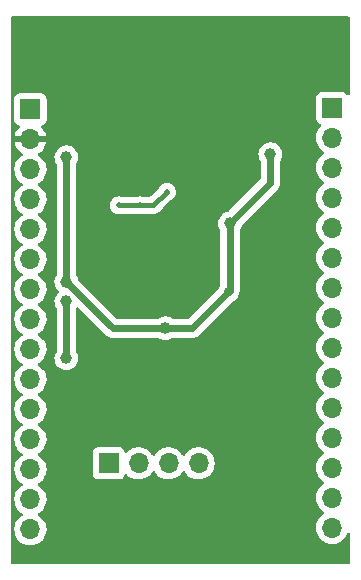
<source format=gbl>
%TF.GenerationSoftware,KiCad,Pcbnew,(6.0.4)*%
%TF.CreationDate,2022-06-13T20:09:26+02:00*%
%TF.ProjectId,Stamp,5374616d-702e-46b6-9963-61645f706362,rev?*%
%TF.SameCoordinates,Original*%
%TF.FileFunction,Copper,L2,Bot*%
%TF.FilePolarity,Positive*%
%FSLAX46Y46*%
G04 Gerber Fmt 4.6, Leading zero omitted, Abs format (unit mm)*
G04 Created by KiCad (PCBNEW (6.0.4)) date 2022-06-13 20:09:26*
%MOMM*%
%LPD*%
G01*
G04 APERTURE LIST*
%TA.AperFunction,ComponentPad*%
%ADD10R,1.700000X1.700000*%
%TD*%
%TA.AperFunction,ComponentPad*%
%ADD11O,1.700000X1.700000*%
%TD*%
%TA.AperFunction,ViaPad*%
%ADD12C,1.000000*%
%TD*%
%TA.AperFunction,ViaPad*%
%ADD13C,0.750000*%
%TD*%
%TA.AperFunction,ViaPad*%
%ADD14C,0.500000*%
%TD*%
%TA.AperFunction,Conductor*%
%ADD15C,0.600000*%
%TD*%
%TA.AperFunction,Conductor*%
%ADD16C,0.400000*%
%TD*%
G04 APERTURE END LIST*
D10*
%TO.P,J4,1,Pin_1*%
%TO.N,GPIO21*%
X107950000Y-101605000D03*
D11*
%TO.P,J4,2,Pin_2*%
%TO.N,U0TXD*%
X107950000Y-104145000D03*
%TO.P,J4,3,Pin_3*%
%TO.N,U0RXD*%
X107950000Y-106685000D03*
%TO.P,J4,4,Pin_4*%
%TO.N,GPIO22*%
X107950000Y-109225000D03*
%TO.P,J4,5,Pin_5*%
%TO.N,GPIO19*%
X107950000Y-111765000D03*
%TO.P,J4,6,Pin_6*%
%TO.N,GPIO23*%
X107950000Y-114305000D03*
%TO.P,J4,7,Pin_7*%
%TO.N,GPIO18*%
X107950000Y-116845000D03*
%TO.P,J4,8,Pin_8*%
%TO.N,GPIO5*%
X107950000Y-119385000D03*
%TO.P,J4,9,Pin_9*%
%TO.N,SD_DATA1*%
X107950000Y-121925000D03*
%TO.P,J4,10,Pin_10*%
%TO.N,SD_DATA0*%
X107950000Y-124465000D03*
%TO.P,J4,11,Pin_11*%
%TO.N,SD_CLK*%
X107950000Y-127005000D03*
%TO.P,J4,12,Pin_12*%
%TO.N,SD_CMD*%
X107950000Y-129545000D03*
%TO.P,J4,13,Pin_13*%
%TO.N,SD_DATA3*%
X107950000Y-132085000D03*
%TO.P,J4,14,Pin_14*%
%TO.N,SD_DATA2*%
X107950000Y-134625000D03*
%TO.P,J4,15,Pin_15*%
%TO.N,GPIO17*%
X107950000Y-137165000D03*
%TD*%
D10*
%TO.P,J2,1,Pin_1*%
%TO.N,MTMS*%
X89037000Y-131699000D03*
D11*
%TO.P,J2,2,Pin_2*%
%TO.N,MTDI*%
X91577000Y-131699000D03*
%TO.P,J2,3,Pin_3*%
%TO.N,MTCK*%
X94117000Y-131699000D03*
%TO.P,J2,4,Pin_4*%
%TO.N,MTDO*%
X96657000Y-131699000D03*
%TD*%
D10*
%TO.P,J3,1,Pin_1*%
%TO.N,+3V3*%
X82423000Y-101727000D03*
D11*
%TO.P,J3,2,Pin_2*%
%TO.N,GND*%
X82423000Y-104267000D03*
%TO.P,J3,3,Pin_3*%
%TO.N,SENSOR_VP*%
X82423000Y-106807000D03*
%TO.P,J3,4,Pin_4*%
%TO.N,SENSOR_CAPP*%
X82423000Y-109347000D03*
%TO.P,J3,5,Pin_5*%
%TO.N,SENSOR_CAPN*%
X82423000Y-111887000D03*
%TO.P,J3,6,Pin_6*%
%TO.N,SENSOR_VN*%
X82423000Y-114427000D03*
%TO.P,J3,7,Pin_7*%
%TO.N,VDET_1*%
X82423000Y-116967000D03*
%TO.P,J3,8,Pin_8*%
%TO.N,VDET_2*%
X82423000Y-119507000D03*
%TO.P,J3,9,Pin_9*%
%TO.N,32K_XP*%
X82423000Y-122047000D03*
%TO.P,J3,10,Pin_10*%
%TO.N,32K_XN*%
X82423000Y-124587000D03*
%TO.P,J3,11,Pin_11*%
%TO.N,GPIO25*%
X82423000Y-127127000D03*
%TO.P,J3,12,Pin_12*%
%TO.N,GPIO26*%
X82423000Y-129667000D03*
%TO.P,J3,13,Pin_13*%
%TO.N,GPIO27*%
X82423000Y-132207000D03*
%TO.P,J3,14,Pin_14*%
%TO.N,GPIO2*%
X82423000Y-134747000D03*
%TO.P,J3,15,Pin_15*%
%TO.N,GPIO16*%
X82423000Y-137287000D03*
%TD*%
D12*
%TO.N,GND*%
X98171000Y-99822000D03*
D13*
X94107000Y-125349000D03*
X88392000Y-107315000D03*
X104140000Y-111379000D03*
D12*
X100076000Y-127635000D03*
X87122000Y-127254000D03*
X101346000Y-102743000D03*
D13*
X88392000Y-108712000D03*
D12*
X85471000Y-99441000D03*
X94615000Y-102743000D03*
X91821000Y-96139000D03*
X99822000Y-102743000D03*
D13*
X102108000Y-119253000D03*
D12*
X91948000Y-113665000D03*
D13*
X88392000Y-111760000D03*
D12*
X94234000Y-113665000D03*
X85471000Y-96139000D03*
X96139000Y-104267000D03*
D13*
X91948000Y-108331000D03*
D12*
X85471000Y-127254000D03*
X94234000Y-115951000D03*
X91948000Y-115951000D03*
X98552000Y-139446000D03*
X86868000Y-103124000D03*
D13*
X88392000Y-110236000D03*
D12*
%TO.N,+3V3*%
X99314000Y-111379000D03*
X85471000Y-105791000D03*
X102743000Y-105537000D03*
X93853000Y-120269000D03*
D13*
X99187000Y-117221000D03*
D12*
X85471000Y-116332000D03*
%TO.N,Net-(C11-Pad2)*%
X85471000Y-117983000D03*
X85471000Y-122809000D03*
D14*
%TO.N,Net-(L3-Pad1)*%
X93980000Y-108712000D03*
X92964000Y-109728000D03*
X89916000Y-109855000D03*
X91694000Y-109855000D03*
%TD*%
D15*
%TO.N,+3V3*%
X102743000Y-107950000D02*
X102743000Y-105537000D01*
X85471000Y-105791000D02*
X85471000Y-116332000D01*
X99314000Y-111379000D02*
X99314000Y-117094000D01*
X85471000Y-116332000D02*
X89408000Y-120269000D01*
X93853000Y-120269000D02*
X96139000Y-120269000D01*
X82423000Y-101727000D02*
X82296000Y-101600000D01*
X99314000Y-117094000D02*
X99187000Y-117221000D01*
X99314000Y-111379000D02*
X102743000Y-107950000D01*
X89408000Y-120269000D02*
X93853000Y-120269000D01*
X96139000Y-120269000D02*
X99187000Y-117221000D01*
%TO.N,Net-(C11-Pad2)*%
X85471000Y-117983000D02*
X85471000Y-122809000D01*
D16*
%TO.N,Net-(L3-Pad1)*%
X91694000Y-109855000D02*
X89916000Y-109855000D01*
X93980000Y-108712000D02*
X92837000Y-109855000D01*
X92837000Y-109855000D02*
X91694000Y-109855000D01*
%TD*%
%TA.AperFunction,Conductor*%
%TO.N,GND*%
G36*
X109415621Y-93873502D02*
G01*
X109462114Y-93927158D01*
X109473500Y-93979500D01*
X109473500Y-100427472D01*
X109453498Y-100495593D01*
X109399842Y-100542086D01*
X109329568Y-100552190D01*
X109264988Y-100522696D01*
X109246674Y-100503037D01*
X109168642Y-100398919D01*
X109163261Y-100391739D01*
X109046705Y-100304385D01*
X108910316Y-100253255D01*
X108848134Y-100246500D01*
X107051866Y-100246500D01*
X106989684Y-100253255D01*
X106853295Y-100304385D01*
X106736739Y-100391739D01*
X106649385Y-100508295D01*
X106598255Y-100644684D01*
X106591500Y-100706866D01*
X106591500Y-102503134D01*
X106598255Y-102565316D01*
X106649385Y-102701705D01*
X106736739Y-102818261D01*
X106853295Y-102905615D01*
X106861704Y-102908767D01*
X106861705Y-102908768D01*
X106970451Y-102949535D01*
X107027216Y-102992176D01*
X107051916Y-103058738D01*
X107036709Y-103128087D01*
X107017316Y-103154568D01*
X106903493Y-103273677D01*
X106890629Y-103287138D01*
X106764743Y-103471680D01*
X106670688Y-103674305D01*
X106610989Y-103889570D01*
X106587251Y-104111695D01*
X106600110Y-104334715D01*
X106601247Y-104339761D01*
X106601248Y-104339767D01*
X106622275Y-104433069D01*
X106649222Y-104552639D01*
X106733266Y-104759616D01*
X106744314Y-104777645D01*
X106843920Y-104940187D01*
X106849987Y-104950088D01*
X106996250Y-105118938D01*
X107168126Y-105261632D01*
X107238595Y-105302811D01*
X107241445Y-105304476D01*
X107290169Y-105356114D01*
X107303240Y-105425897D01*
X107276509Y-105491669D01*
X107236055Y-105525027D01*
X107229088Y-105528654D01*
X107223607Y-105531507D01*
X107219474Y-105534610D01*
X107219471Y-105534612D01*
X107049100Y-105662530D01*
X107044965Y-105665635D01*
X107041393Y-105669373D01*
X106901492Y-105815771D01*
X106890629Y-105827138D01*
X106764743Y-106011680D01*
X106749003Y-106045590D01*
X106682980Y-106187825D01*
X106670688Y-106214305D01*
X106610989Y-106429570D01*
X106587251Y-106651695D01*
X106587548Y-106656848D01*
X106587548Y-106656851D01*
X106596012Y-106803646D01*
X106600110Y-106874715D01*
X106601247Y-106879761D01*
X106601248Y-106879767D01*
X106622275Y-106973069D01*
X106649222Y-107092639D01*
X106733266Y-107299616D01*
X106849987Y-107490088D01*
X106996250Y-107658938D01*
X107168126Y-107801632D01*
X107238595Y-107842811D01*
X107241445Y-107844476D01*
X107290169Y-107896114D01*
X107303240Y-107965897D01*
X107276509Y-108031669D01*
X107236055Y-108065027D01*
X107228575Y-108068921D01*
X107223607Y-108071507D01*
X107219474Y-108074610D01*
X107219471Y-108074612D01*
X107049100Y-108202530D01*
X107044965Y-108205635D01*
X107041393Y-108209373D01*
X106910019Y-108346848D01*
X106890629Y-108367138D01*
X106887715Y-108371410D01*
X106887714Y-108371411D01*
X106881935Y-108379883D01*
X106764743Y-108551680D01*
X106749003Y-108585590D01*
X106688487Y-108715961D01*
X106670688Y-108754305D01*
X106610989Y-108969570D01*
X106587251Y-109191695D01*
X106587548Y-109196848D01*
X106587548Y-109196851D01*
X106594648Y-109319990D01*
X106600110Y-109414715D01*
X106601247Y-109419761D01*
X106601248Y-109419767D01*
X106603278Y-109428773D01*
X106649222Y-109632639D01*
X106733266Y-109839616D01*
X106784019Y-109922438D01*
X106835649Y-110006690D01*
X106849987Y-110030088D01*
X106996250Y-110198938D01*
X107168126Y-110341632D01*
X107177518Y-110347120D01*
X107241445Y-110384476D01*
X107290169Y-110436114D01*
X107303240Y-110505897D01*
X107276509Y-110571669D01*
X107236055Y-110605027D01*
X107228575Y-110608921D01*
X107223607Y-110611507D01*
X107219474Y-110614610D01*
X107219471Y-110614612D01*
X107049100Y-110742530D01*
X107044965Y-110745635D01*
X107041393Y-110749373D01*
X106910019Y-110886848D01*
X106890629Y-110907138D01*
X106764743Y-111091680D01*
X106670688Y-111294305D01*
X106610989Y-111509570D01*
X106587251Y-111731695D01*
X106587548Y-111736848D01*
X106587548Y-111736851D01*
X106596012Y-111883646D01*
X106600110Y-111954715D01*
X106601247Y-111959761D01*
X106601248Y-111959767D01*
X106617037Y-112029825D01*
X106649222Y-112172639D01*
X106733266Y-112379616D01*
X106849987Y-112570088D01*
X106996250Y-112738938D01*
X107168126Y-112881632D01*
X107238595Y-112922811D01*
X107241445Y-112924476D01*
X107290169Y-112976114D01*
X107303240Y-113045897D01*
X107276509Y-113111669D01*
X107236055Y-113145027D01*
X107228575Y-113148921D01*
X107223607Y-113151507D01*
X107219474Y-113154610D01*
X107219471Y-113154612D01*
X107049100Y-113282530D01*
X107044965Y-113285635D01*
X107041393Y-113289373D01*
X106910019Y-113426848D01*
X106890629Y-113447138D01*
X106764743Y-113631680D01*
X106670688Y-113834305D01*
X106610989Y-114049570D01*
X106587251Y-114271695D01*
X106587548Y-114276848D01*
X106587548Y-114276851D01*
X106596012Y-114423646D01*
X106600110Y-114494715D01*
X106601247Y-114499761D01*
X106601248Y-114499767D01*
X106622275Y-114593069D01*
X106649222Y-114712639D01*
X106733266Y-114919616D01*
X106849987Y-115110088D01*
X106996250Y-115278938D01*
X107168126Y-115421632D01*
X107238595Y-115462811D01*
X107241445Y-115464476D01*
X107290169Y-115516114D01*
X107303240Y-115585897D01*
X107276509Y-115651669D01*
X107236055Y-115685027D01*
X107228575Y-115688921D01*
X107223607Y-115691507D01*
X107219474Y-115694610D01*
X107219471Y-115694612D01*
X107049100Y-115822530D01*
X107044965Y-115825635D01*
X107041393Y-115829373D01*
X106910019Y-115966848D01*
X106890629Y-115987138D01*
X106764743Y-116171680D01*
X106670688Y-116374305D01*
X106610989Y-116589570D01*
X106587251Y-116811695D01*
X106587548Y-116816848D01*
X106587548Y-116816851D01*
X106596012Y-116963646D01*
X106600110Y-117034715D01*
X106601247Y-117039761D01*
X106601248Y-117039767D01*
X106619227Y-117119543D01*
X106649222Y-117252639D01*
X106733266Y-117459616D01*
X106744162Y-117477396D01*
X106808466Y-117582331D01*
X106849987Y-117650088D01*
X106996250Y-117818938D01*
X107168126Y-117961632D01*
X107180480Y-117968851D01*
X107241445Y-118004476D01*
X107290169Y-118056114D01*
X107303240Y-118125897D01*
X107276509Y-118191669D01*
X107236055Y-118225027D01*
X107228575Y-118228921D01*
X107223607Y-118231507D01*
X107219474Y-118234610D01*
X107219471Y-118234612D01*
X107049100Y-118362530D01*
X107044965Y-118365635D01*
X107041393Y-118369373D01*
X106910019Y-118506848D01*
X106890629Y-118527138D01*
X106887715Y-118531410D01*
X106887714Y-118531411D01*
X106817852Y-118633825D01*
X106764743Y-118711680D01*
X106670688Y-118914305D01*
X106610989Y-119129570D01*
X106587251Y-119351695D01*
X106587548Y-119356848D01*
X106587548Y-119356851D01*
X106596012Y-119503646D01*
X106600110Y-119574715D01*
X106601247Y-119579761D01*
X106601248Y-119579767D01*
X106622275Y-119673069D01*
X106649222Y-119792639D01*
X106733266Y-119999616D01*
X106849987Y-120190088D01*
X106996250Y-120358938D01*
X107168126Y-120501632D01*
X107238595Y-120542811D01*
X107241445Y-120544476D01*
X107290169Y-120596114D01*
X107303240Y-120665897D01*
X107276509Y-120731669D01*
X107236055Y-120765027D01*
X107228575Y-120768921D01*
X107223607Y-120771507D01*
X107219474Y-120774610D01*
X107219471Y-120774612D01*
X107049100Y-120902530D01*
X107044965Y-120905635D01*
X107041393Y-120909373D01*
X106895160Y-121062397D01*
X106890629Y-121067138D01*
X106887715Y-121071410D01*
X106887714Y-121071411D01*
X106883560Y-121077501D01*
X106764743Y-121251680D01*
X106670688Y-121454305D01*
X106610989Y-121669570D01*
X106587251Y-121891695D01*
X106587548Y-121896848D01*
X106587548Y-121896851D01*
X106596012Y-122043646D01*
X106600110Y-122114715D01*
X106601247Y-122119761D01*
X106601248Y-122119767D01*
X106609898Y-122158147D01*
X106649222Y-122332639D01*
X106733266Y-122539616D01*
X106849987Y-122730088D01*
X106996250Y-122898938D01*
X107168126Y-123041632D01*
X107238595Y-123082811D01*
X107241445Y-123084476D01*
X107290169Y-123136114D01*
X107303240Y-123205897D01*
X107276509Y-123271669D01*
X107236055Y-123305027D01*
X107228575Y-123308921D01*
X107223607Y-123311507D01*
X107219474Y-123314610D01*
X107219471Y-123314612D01*
X107049100Y-123442530D01*
X107044965Y-123445635D01*
X107041393Y-123449373D01*
X106910019Y-123586848D01*
X106890629Y-123607138D01*
X106764743Y-123791680D01*
X106670688Y-123994305D01*
X106610989Y-124209570D01*
X106587251Y-124431695D01*
X106587548Y-124436848D01*
X106587548Y-124436851D01*
X106596012Y-124583646D01*
X106600110Y-124654715D01*
X106601247Y-124659761D01*
X106601248Y-124659767D01*
X106622275Y-124753069D01*
X106649222Y-124872639D01*
X106733266Y-125079616D01*
X106849987Y-125270088D01*
X106996250Y-125438938D01*
X107168126Y-125581632D01*
X107238595Y-125622811D01*
X107241445Y-125624476D01*
X107290169Y-125676114D01*
X107303240Y-125745897D01*
X107276509Y-125811669D01*
X107236055Y-125845027D01*
X107228575Y-125848921D01*
X107223607Y-125851507D01*
X107219474Y-125854610D01*
X107219471Y-125854612D01*
X107049100Y-125982530D01*
X107044965Y-125985635D01*
X107041393Y-125989373D01*
X106910019Y-126126848D01*
X106890629Y-126147138D01*
X106764743Y-126331680D01*
X106670688Y-126534305D01*
X106610989Y-126749570D01*
X106587251Y-126971695D01*
X106587548Y-126976848D01*
X106587548Y-126976851D01*
X106596012Y-127123646D01*
X106600110Y-127194715D01*
X106601247Y-127199761D01*
X106601248Y-127199767D01*
X106622275Y-127293069D01*
X106649222Y-127412639D01*
X106733266Y-127619616D01*
X106849987Y-127810088D01*
X106996250Y-127978938D01*
X107168126Y-128121632D01*
X107238595Y-128162811D01*
X107241445Y-128164476D01*
X107290169Y-128216114D01*
X107303240Y-128285897D01*
X107276509Y-128351669D01*
X107236055Y-128385027D01*
X107228575Y-128388921D01*
X107223607Y-128391507D01*
X107219474Y-128394610D01*
X107219471Y-128394612D01*
X107049100Y-128522530D01*
X107044965Y-128525635D01*
X107041393Y-128529373D01*
X106910019Y-128666848D01*
X106890629Y-128687138D01*
X106764743Y-128871680D01*
X106670688Y-129074305D01*
X106610989Y-129289570D01*
X106587251Y-129511695D01*
X106587548Y-129516848D01*
X106587548Y-129516851D01*
X106596012Y-129663646D01*
X106600110Y-129734715D01*
X106601247Y-129739761D01*
X106601248Y-129739767D01*
X106622275Y-129833069D01*
X106649222Y-129952639D01*
X106733266Y-130159616D01*
X106784019Y-130242438D01*
X106844966Y-130341894D01*
X106849987Y-130350088D01*
X106996250Y-130518938D01*
X107168126Y-130661632D01*
X107231814Y-130698848D01*
X107241445Y-130704476D01*
X107290169Y-130756114D01*
X107303240Y-130825897D01*
X107276509Y-130891669D01*
X107236055Y-130925027D01*
X107228575Y-130928921D01*
X107223607Y-130931507D01*
X107219474Y-130934610D01*
X107219471Y-130934612D01*
X107053016Y-131059590D01*
X107044965Y-131065635D01*
X107041393Y-131069373D01*
X106910019Y-131206848D01*
X106890629Y-131227138D01*
X106764743Y-131411680D01*
X106670688Y-131614305D01*
X106610989Y-131829570D01*
X106587251Y-132051695D01*
X106587548Y-132056848D01*
X106587548Y-132056851D01*
X106595034Y-132186680D01*
X106600110Y-132274715D01*
X106601247Y-132279761D01*
X106601248Y-132279767D01*
X106622275Y-132373069D01*
X106649222Y-132492639D01*
X106733266Y-132699616D01*
X106784019Y-132782438D01*
X106839009Y-132872173D01*
X106849987Y-132890088D01*
X106996250Y-133058938D01*
X107168126Y-133201632D01*
X107238595Y-133242811D01*
X107241445Y-133244476D01*
X107290169Y-133296114D01*
X107303240Y-133365897D01*
X107276509Y-133431669D01*
X107236055Y-133465027D01*
X107228575Y-133468921D01*
X107223607Y-133471507D01*
X107219474Y-133474610D01*
X107219471Y-133474612D01*
X107049100Y-133602530D01*
X107044965Y-133605635D01*
X107041393Y-133609373D01*
X106910019Y-133746848D01*
X106890629Y-133767138D01*
X106764743Y-133951680D01*
X106670688Y-134154305D01*
X106610989Y-134369570D01*
X106587251Y-134591695D01*
X106587548Y-134596848D01*
X106587548Y-134596851D01*
X106596012Y-134743646D01*
X106600110Y-134814715D01*
X106601247Y-134819761D01*
X106601248Y-134819767D01*
X106622275Y-134913069D01*
X106649222Y-135032639D01*
X106733266Y-135239616D01*
X106849987Y-135430088D01*
X106996250Y-135598938D01*
X107168126Y-135741632D01*
X107238595Y-135782811D01*
X107241445Y-135784476D01*
X107290169Y-135836114D01*
X107303240Y-135905897D01*
X107276509Y-135971669D01*
X107236055Y-136005027D01*
X107228575Y-136008921D01*
X107223607Y-136011507D01*
X107219474Y-136014610D01*
X107219471Y-136014612D01*
X107049100Y-136142530D01*
X107044965Y-136145635D01*
X107041393Y-136149373D01*
X106910019Y-136286848D01*
X106890629Y-136307138D01*
X106764743Y-136491680D01*
X106670688Y-136694305D01*
X106610989Y-136909570D01*
X106587251Y-137131695D01*
X106587548Y-137136848D01*
X106587548Y-137136851D01*
X106596012Y-137283646D01*
X106600110Y-137354715D01*
X106601247Y-137359761D01*
X106601248Y-137359767D01*
X106622275Y-137453069D01*
X106649222Y-137572639D01*
X106733266Y-137779616D01*
X106849987Y-137970088D01*
X106996250Y-138138938D01*
X107168126Y-138281632D01*
X107361000Y-138394338D01*
X107365825Y-138396180D01*
X107365826Y-138396181D01*
X107385338Y-138403632D01*
X107569692Y-138474030D01*
X107574760Y-138475061D01*
X107574763Y-138475062D01*
X107682017Y-138496883D01*
X107788597Y-138518567D01*
X107793772Y-138518757D01*
X107793774Y-138518757D01*
X108006673Y-138526564D01*
X108006677Y-138526564D01*
X108011837Y-138526753D01*
X108016957Y-138526097D01*
X108016959Y-138526097D01*
X108228288Y-138499025D01*
X108228289Y-138499025D01*
X108233416Y-138498368D01*
X108238366Y-138496883D01*
X108442429Y-138435661D01*
X108442434Y-138435659D01*
X108447384Y-138434174D01*
X108647994Y-138335896D01*
X108829860Y-138206173D01*
X108988096Y-138048489D01*
X109047594Y-137965689D01*
X109115435Y-137871277D01*
X109118453Y-137867077D01*
X109217430Y-137666811D01*
X109226943Y-137635502D01*
X109265882Y-137576140D01*
X109330736Y-137547252D01*
X109400913Y-137558013D01*
X109454131Y-137605006D01*
X109473500Y-137672132D01*
X109473500Y-140081500D01*
X109453498Y-140149621D01*
X109399842Y-140196114D01*
X109347500Y-140207500D01*
X80898500Y-140207500D01*
X80830379Y-140187498D01*
X80783886Y-140133842D01*
X80772500Y-140081500D01*
X80772500Y-137253695D01*
X81060251Y-137253695D01*
X81060548Y-137258848D01*
X81060548Y-137258851D01*
X81066202Y-137356908D01*
X81073110Y-137476715D01*
X81074247Y-137481761D01*
X81074248Y-137481767D01*
X81093591Y-137567596D01*
X81122222Y-137694639D01*
X81206266Y-137901616D01*
X81208965Y-137906020D01*
X81296270Y-138048489D01*
X81322987Y-138092088D01*
X81469250Y-138260938D01*
X81641126Y-138403632D01*
X81834000Y-138516338D01*
X81838825Y-138518180D01*
X81838826Y-138518181D01*
X81859556Y-138526097D01*
X82042692Y-138596030D01*
X82047760Y-138597061D01*
X82047763Y-138597062D01*
X82155017Y-138618883D01*
X82261597Y-138640567D01*
X82266772Y-138640757D01*
X82266774Y-138640757D01*
X82479673Y-138648564D01*
X82479677Y-138648564D01*
X82484837Y-138648753D01*
X82489957Y-138648097D01*
X82489959Y-138648097D01*
X82701288Y-138621025D01*
X82701289Y-138621025D01*
X82706416Y-138620368D01*
X82711366Y-138618883D01*
X82915429Y-138557661D01*
X82915434Y-138557659D01*
X82920384Y-138556174D01*
X83120994Y-138457896D01*
X83302860Y-138328173D01*
X83352881Y-138278327D01*
X83384209Y-138247107D01*
X83461096Y-138170489D01*
X83520594Y-138087689D01*
X83588435Y-137993277D01*
X83591453Y-137989077D01*
X83598910Y-137973990D01*
X83688136Y-137793453D01*
X83688137Y-137793451D01*
X83690430Y-137788811D01*
X83737008Y-137635504D01*
X83753865Y-137580023D01*
X83753865Y-137580021D01*
X83755370Y-137575069D01*
X83784529Y-137353590D01*
X83786156Y-137287000D01*
X83767852Y-137064361D01*
X83713431Y-136847702D01*
X83624354Y-136642840D01*
X83503014Y-136455277D01*
X83352670Y-136290051D01*
X83348619Y-136286852D01*
X83348615Y-136286848D01*
X83181414Y-136154800D01*
X83181410Y-136154798D01*
X83177359Y-136151598D01*
X83136053Y-136128796D01*
X83086084Y-136078364D01*
X83071312Y-136008921D01*
X83096428Y-135942516D01*
X83123780Y-135915909D01*
X83167603Y-135884650D01*
X83302860Y-135788173D01*
X83352881Y-135738327D01*
X83384209Y-135707107D01*
X83461096Y-135630489D01*
X83520594Y-135547689D01*
X83588435Y-135453277D01*
X83591453Y-135449077D01*
X83598910Y-135433990D01*
X83688136Y-135253453D01*
X83688137Y-135253451D01*
X83690430Y-135248811D01*
X83737008Y-135095504D01*
X83753865Y-135040023D01*
X83753865Y-135040021D01*
X83755370Y-135035069D01*
X83784529Y-134813590D01*
X83786156Y-134747000D01*
X83767852Y-134524361D01*
X83713431Y-134307702D01*
X83624354Y-134102840D01*
X83503014Y-133915277D01*
X83352670Y-133750051D01*
X83348619Y-133746852D01*
X83348615Y-133746848D01*
X83181414Y-133614800D01*
X83181410Y-133614798D01*
X83177359Y-133611598D01*
X83136053Y-133588796D01*
X83086084Y-133538364D01*
X83071312Y-133468921D01*
X83096428Y-133402516D01*
X83123780Y-133375909D01*
X83167603Y-133344650D01*
X83302860Y-133248173D01*
X83352881Y-133198327D01*
X83384209Y-133167107D01*
X83461096Y-133090489D01*
X83482464Y-133060753D01*
X83588435Y-132913277D01*
X83591453Y-132909077D01*
X83598910Y-132893990D01*
X83688136Y-132713453D01*
X83688137Y-132713451D01*
X83690430Y-132708811D01*
X83724360Y-132597134D01*
X87678500Y-132597134D01*
X87685255Y-132659316D01*
X87736385Y-132795705D01*
X87823739Y-132912261D01*
X87940295Y-132999615D01*
X88076684Y-133050745D01*
X88138866Y-133057500D01*
X89935134Y-133057500D01*
X89997316Y-133050745D01*
X90133705Y-132999615D01*
X90250261Y-132912261D01*
X90337615Y-132795705D01*
X90368450Y-132713453D01*
X90381598Y-132678382D01*
X90424240Y-132621618D01*
X90490802Y-132596918D01*
X90560150Y-132612126D01*
X90594817Y-132640114D01*
X90623250Y-132672938D01*
X90795126Y-132815632D01*
X90988000Y-132928338D01*
X91196692Y-133008030D01*
X91201760Y-133009061D01*
X91201763Y-133009062D01*
X91309017Y-133030883D01*
X91415597Y-133052567D01*
X91420772Y-133052757D01*
X91420774Y-133052757D01*
X91633673Y-133060564D01*
X91633677Y-133060564D01*
X91638837Y-133060753D01*
X91643957Y-133060097D01*
X91643959Y-133060097D01*
X91855288Y-133033025D01*
X91855289Y-133033025D01*
X91860416Y-133032368D01*
X91865366Y-133030883D01*
X92069429Y-132969661D01*
X92069434Y-132969659D01*
X92074384Y-132968174D01*
X92274994Y-132869896D01*
X92456860Y-132740173D01*
X92615096Y-132582489D01*
X92656402Y-132525006D01*
X92745453Y-132401077D01*
X92746776Y-132402028D01*
X92793645Y-132358857D01*
X92863580Y-132346625D01*
X92929026Y-132374144D01*
X92956875Y-132405994D01*
X93016987Y-132504088D01*
X93163250Y-132672938D01*
X93335126Y-132815632D01*
X93528000Y-132928338D01*
X93736692Y-133008030D01*
X93741760Y-133009061D01*
X93741763Y-133009062D01*
X93849017Y-133030883D01*
X93955597Y-133052567D01*
X93960772Y-133052757D01*
X93960774Y-133052757D01*
X94173673Y-133060564D01*
X94173677Y-133060564D01*
X94178837Y-133060753D01*
X94183957Y-133060097D01*
X94183959Y-133060097D01*
X94395288Y-133033025D01*
X94395289Y-133033025D01*
X94400416Y-133032368D01*
X94405366Y-133030883D01*
X94609429Y-132969661D01*
X94609434Y-132969659D01*
X94614384Y-132968174D01*
X94814994Y-132869896D01*
X94996860Y-132740173D01*
X95155096Y-132582489D01*
X95196402Y-132525006D01*
X95285453Y-132401077D01*
X95286776Y-132402028D01*
X95333645Y-132358857D01*
X95403580Y-132346625D01*
X95469026Y-132374144D01*
X95496875Y-132405994D01*
X95556987Y-132504088D01*
X95703250Y-132672938D01*
X95875126Y-132815632D01*
X96068000Y-132928338D01*
X96276692Y-133008030D01*
X96281760Y-133009061D01*
X96281763Y-133009062D01*
X96389017Y-133030883D01*
X96495597Y-133052567D01*
X96500772Y-133052757D01*
X96500774Y-133052757D01*
X96713673Y-133060564D01*
X96713677Y-133060564D01*
X96718837Y-133060753D01*
X96723957Y-133060097D01*
X96723959Y-133060097D01*
X96935288Y-133033025D01*
X96935289Y-133033025D01*
X96940416Y-133032368D01*
X96945366Y-133030883D01*
X97149429Y-132969661D01*
X97149434Y-132969659D01*
X97154384Y-132968174D01*
X97354994Y-132869896D01*
X97536860Y-132740173D01*
X97695096Y-132582489D01*
X97736402Y-132525006D01*
X97822435Y-132405277D01*
X97825453Y-132401077D01*
X97839296Y-132373069D01*
X97922136Y-132205453D01*
X97922137Y-132205451D01*
X97924430Y-132200811D01*
X97989370Y-131987069D01*
X98018529Y-131765590D01*
X98020156Y-131699000D01*
X98001852Y-131476361D01*
X97947431Y-131259702D01*
X97858354Y-131054840D01*
X97790270Y-130949598D01*
X97739822Y-130871617D01*
X97739820Y-130871614D01*
X97737014Y-130867277D01*
X97586670Y-130702051D01*
X97582619Y-130698852D01*
X97582615Y-130698848D01*
X97415414Y-130566800D01*
X97415410Y-130566798D01*
X97411359Y-130563598D01*
X97394221Y-130554137D01*
X97330457Y-130518938D01*
X97215789Y-130455638D01*
X97210920Y-130453914D01*
X97210916Y-130453912D01*
X97010087Y-130382795D01*
X97010083Y-130382794D01*
X97005212Y-130381069D01*
X97000119Y-130380162D01*
X97000116Y-130380161D01*
X96790373Y-130342800D01*
X96790367Y-130342799D01*
X96785284Y-130341894D01*
X96711452Y-130340992D01*
X96567081Y-130339228D01*
X96567079Y-130339228D01*
X96561911Y-130339165D01*
X96341091Y-130372955D01*
X96128756Y-130442357D01*
X95930607Y-130545507D01*
X95926474Y-130548610D01*
X95926471Y-130548612D01*
X95756100Y-130676530D01*
X95751965Y-130679635D01*
X95719212Y-130713909D01*
X95630328Y-130806921D01*
X95597629Y-130841138D01*
X95490201Y-130998621D01*
X95435293Y-131043621D01*
X95364768Y-131051792D01*
X95301021Y-131020538D01*
X95280324Y-130996054D01*
X95199822Y-130871617D01*
X95199820Y-130871614D01*
X95197014Y-130867277D01*
X95046670Y-130702051D01*
X95042619Y-130698852D01*
X95042615Y-130698848D01*
X94875414Y-130566800D01*
X94875410Y-130566798D01*
X94871359Y-130563598D01*
X94854221Y-130554137D01*
X94790457Y-130518938D01*
X94675789Y-130455638D01*
X94670920Y-130453914D01*
X94670916Y-130453912D01*
X94470087Y-130382795D01*
X94470083Y-130382794D01*
X94465212Y-130381069D01*
X94460119Y-130380162D01*
X94460116Y-130380161D01*
X94250373Y-130342800D01*
X94250367Y-130342799D01*
X94245284Y-130341894D01*
X94171452Y-130340992D01*
X94027081Y-130339228D01*
X94027079Y-130339228D01*
X94021911Y-130339165D01*
X93801091Y-130372955D01*
X93588756Y-130442357D01*
X93390607Y-130545507D01*
X93386474Y-130548610D01*
X93386471Y-130548612D01*
X93216100Y-130676530D01*
X93211965Y-130679635D01*
X93179212Y-130713909D01*
X93090328Y-130806921D01*
X93057629Y-130841138D01*
X92950201Y-130998621D01*
X92895293Y-131043621D01*
X92824768Y-131051792D01*
X92761021Y-131020538D01*
X92740324Y-130996054D01*
X92659822Y-130871617D01*
X92659820Y-130871614D01*
X92657014Y-130867277D01*
X92506670Y-130702051D01*
X92502619Y-130698852D01*
X92502615Y-130698848D01*
X92335414Y-130566800D01*
X92335410Y-130566798D01*
X92331359Y-130563598D01*
X92314221Y-130554137D01*
X92250457Y-130518938D01*
X92135789Y-130455638D01*
X92130920Y-130453914D01*
X92130916Y-130453912D01*
X91930087Y-130382795D01*
X91930083Y-130382794D01*
X91925212Y-130381069D01*
X91920119Y-130380162D01*
X91920116Y-130380161D01*
X91710373Y-130342800D01*
X91710367Y-130342799D01*
X91705284Y-130341894D01*
X91631452Y-130340992D01*
X91487081Y-130339228D01*
X91487079Y-130339228D01*
X91481911Y-130339165D01*
X91261091Y-130372955D01*
X91048756Y-130442357D01*
X90850607Y-130545507D01*
X90846474Y-130548610D01*
X90846471Y-130548612D01*
X90676100Y-130676530D01*
X90671965Y-130679635D01*
X90615537Y-130738684D01*
X90591283Y-130764064D01*
X90529759Y-130799494D01*
X90458846Y-130796037D01*
X90401060Y-130754791D01*
X90382207Y-130721243D01*
X90340767Y-130610703D01*
X90337615Y-130602295D01*
X90250261Y-130485739D01*
X90133705Y-130398385D01*
X89997316Y-130347255D01*
X89935134Y-130340500D01*
X88138866Y-130340500D01*
X88076684Y-130347255D01*
X87940295Y-130398385D01*
X87823739Y-130485739D01*
X87736385Y-130602295D01*
X87685255Y-130738684D01*
X87678500Y-130800866D01*
X87678500Y-132597134D01*
X83724360Y-132597134D01*
X83737008Y-132555504D01*
X83753865Y-132500023D01*
X83753865Y-132500021D01*
X83755370Y-132495069D01*
X83784529Y-132273590D01*
X83786156Y-132207000D01*
X83767852Y-131984361D01*
X83713431Y-131767702D01*
X83624354Y-131562840D01*
X83503014Y-131375277D01*
X83352670Y-131210051D01*
X83348619Y-131206852D01*
X83348615Y-131206848D01*
X83181414Y-131074800D01*
X83181410Y-131074798D01*
X83177359Y-131071598D01*
X83136053Y-131048796D01*
X83086084Y-130998364D01*
X83071312Y-130928921D01*
X83096428Y-130862516D01*
X83123780Y-130835909D01*
X83179678Y-130796037D01*
X83302860Y-130708173D01*
X83309004Y-130702051D01*
X83416320Y-130595109D01*
X83461096Y-130550489D01*
X83520594Y-130467689D01*
X83588435Y-130373277D01*
X83591453Y-130369077D01*
X83598910Y-130353990D01*
X83688136Y-130173453D01*
X83688137Y-130173451D01*
X83690430Y-130168811D01*
X83737008Y-130015504D01*
X83753865Y-129960023D01*
X83753865Y-129960021D01*
X83755370Y-129955069D01*
X83784529Y-129733590D01*
X83786156Y-129667000D01*
X83767852Y-129444361D01*
X83713431Y-129227702D01*
X83624354Y-129022840D01*
X83503014Y-128835277D01*
X83352670Y-128670051D01*
X83348619Y-128666852D01*
X83348615Y-128666848D01*
X83181414Y-128534800D01*
X83181410Y-128534798D01*
X83177359Y-128531598D01*
X83136053Y-128508796D01*
X83086084Y-128458364D01*
X83071312Y-128388921D01*
X83096428Y-128322516D01*
X83123780Y-128295909D01*
X83167603Y-128264650D01*
X83302860Y-128168173D01*
X83352881Y-128118327D01*
X83384209Y-128087107D01*
X83461096Y-128010489D01*
X83520594Y-127927689D01*
X83588435Y-127833277D01*
X83591453Y-127829077D01*
X83598910Y-127813990D01*
X83688136Y-127633453D01*
X83688137Y-127633451D01*
X83690430Y-127628811D01*
X83737008Y-127475504D01*
X83753865Y-127420023D01*
X83753865Y-127420021D01*
X83755370Y-127415069D01*
X83784529Y-127193590D01*
X83786156Y-127127000D01*
X83767852Y-126904361D01*
X83713431Y-126687702D01*
X83624354Y-126482840D01*
X83503014Y-126295277D01*
X83352670Y-126130051D01*
X83348619Y-126126852D01*
X83348615Y-126126848D01*
X83181414Y-125994800D01*
X83181410Y-125994798D01*
X83177359Y-125991598D01*
X83136053Y-125968796D01*
X83086084Y-125918364D01*
X83071312Y-125848921D01*
X83096428Y-125782516D01*
X83123780Y-125755909D01*
X83167603Y-125724650D01*
X83302860Y-125628173D01*
X83352881Y-125578327D01*
X83384209Y-125547107D01*
X83461096Y-125470489D01*
X83520594Y-125387689D01*
X83588435Y-125293277D01*
X83591453Y-125289077D01*
X83598910Y-125273990D01*
X83688136Y-125093453D01*
X83688137Y-125093451D01*
X83690430Y-125088811D01*
X83737008Y-124935504D01*
X83753865Y-124880023D01*
X83753865Y-124880021D01*
X83755370Y-124875069D01*
X83784529Y-124653590D01*
X83786156Y-124587000D01*
X83767852Y-124364361D01*
X83713431Y-124147702D01*
X83624354Y-123942840D01*
X83531603Y-123799469D01*
X83505822Y-123759617D01*
X83505820Y-123759614D01*
X83503014Y-123755277D01*
X83352670Y-123590051D01*
X83348619Y-123586852D01*
X83348615Y-123586848D01*
X83181414Y-123454800D01*
X83181410Y-123454798D01*
X83177359Y-123451598D01*
X83136053Y-123428796D01*
X83086084Y-123378364D01*
X83071312Y-123308921D01*
X83096428Y-123242516D01*
X83123780Y-123215909D01*
X83179558Y-123176123D01*
X83302860Y-123088173D01*
X83352881Y-123038327D01*
X83405598Y-122985793D01*
X83461096Y-122930489D01*
X83520594Y-122847689D01*
X83558561Y-122794851D01*
X84457719Y-122794851D01*
X84458235Y-122800995D01*
X84472357Y-122969171D01*
X84474268Y-122991934D01*
X84482585Y-123020938D01*
X84523502Y-123163632D01*
X84528783Y-123182050D01*
X84531602Y-123187535D01*
X84594088Y-123309118D01*
X84619187Y-123357956D01*
X84742035Y-123512953D01*
X84746728Y-123516947D01*
X84746729Y-123516948D01*
X84883416Y-123633277D01*
X84892650Y-123641136D01*
X85065294Y-123737624D01*
X85253392Y-123798740D01*
X85449777Y-123822158D01*
X85455912Y-123821686D01*
X85455914Y-123821686D01*
X85640830Y-123807457D01*
X85640834Y-123807456D01*
X85646972Y-123806984D01*
X85837463Y-123753798D01*
X85842967Y-123751018D01*
X85842969Y-123751017D01*
X86008495Y-123667404D01*
X86008497Y-123667403D01*
X86013996Y-123664625D01*
X86169847Y-123542861D01*
X86299078Y-123393145D01*
X86396769Y-123221179D01*
X86459197Y-123033513D01*
X86483985Y-122837295D01*
X86484380Y-122809000D01*
X86465080Y-122612167D01*
X86407916Y-122422831D01*
X86315066Y-122248204D01*
X86307857Y-122239365D01*
X86280303Y-122173934D01*
X86279500Y-122159729D01*
X86279500Y-118633825D01*
X86300411Y-118567901D01*
X86299079Y-118567144D01*
X86312906Y-118542805D01*
X86363946Y-118493455D01*
X86433564Y-118479533D01*
X86499657Y-118505460D01*
X86511556Y-118515948D01*
X88829766Y-120834158D01*
X88830694Y-120835095D01*
X88881550Y-120887027D01*
X88893771Y-120899507D01*
X88930221Y-120922998D01*
X88940546Y-120930417D01*
X88974443Y-120957476D01*
X88980784Y-120960541D01*
X88980785Y-120960542D01*
X89004637Y-120972072D01*
X89018054Y-120979601D01*
X89046238Y-120997765D01*
X89052855Y-121000173D01*
X89052860Y-121000176D01*
X89086973Y-121012592D01*
X89098716Y-121017553D01*
X89131400Y-121033353D01*
X89131409Y-121033356D01*
X89137749Y-121036421D01*
X89144614Y-121038006D01*
X89170428Y-121043966D01*
X89185168Y-121048332D01*
X89216685Y-121059803D01*
X89223670Y-121060685D01*
X89223677Y-121060687D01*
X89259692Y-121065237D01*
X89272243Y-121067472D01*
X89314485Y-121077225D01*
X89321529Y-121077250D01*
X89321533Y-121077250D01*
X89355072Y-121077367D01*
X89355942Y-121077396D01*
X89356769Y-121077500D01*
X89393258Y-121077500D01*
X89393697Y-121077501D01*
X89492343Y-121077845D01*
X89492348Y-121077845D01*
X89495870Y-121077857D01*
X89497070Y-121077589D01*
X89498708Y-121077500D01*
X93202210Y-121077500D01*
X93272914Y-121099658D01*
X93274650Y-121101136D01*
X93280023Y-121104139D01*
X93280026Y-121104141D01*
X93373522Y-121156394D01*
X93447294Y-121197624D01*
X93635392Y-121258740D01*
X93831777Y-121282158D01*
X93837912Y-121281686D01*
X93837914Y-121281686D01*
X94022830Y-121267457D01*
X94022834Y-121267456D01*
X94028972Y-121266984D01*
X94219463Y-121213798D01*
X94224967Y-121211018D01*
X94224969Y-121211017D01*
X94390495Y-121127404D01*
X94390497Y-121127403D01*
X94395996Y-121124625D01*
X94422126Y-121104210D01*
X94488121Y-121078033D01*
X94499699Y-121077500D01*
X96129786Y-121077500D01*
X96131106Y-121077507D01*
X96221221Y-121078451D01*
X96263597Y-121069289D01*
X96276163Y-121067231D01*
X96319255Y-121062397D01*
X96325906Y-121060081D01*
X96325910Y-121060080D01*
X96350930Y-121051367D01*
X96365742Y-121047204D01*
X96391619Y-121041609D01*
X96398510Y-121040119D01*
X96437813Y-121021792D01*
X96449589Y-121017010D01*
X96490552Y-121002745D01*
X96496527Y-120999011D01*
X96496530Y-120999010D01*
X96518995Y-120984973D01*
X96532512Y-120977634D01*
X96556514Y-120966441D01*
X96556515Y-120966440D01*
X96562902Y-120963462D01*
X96597153Y-120936894D01*
X96607612Y-120929598D01*
X96638404Y-120910358D01*
X96638407Y-120910356D01*
X96644376Y-120906626D01*
X96673179Y-120878024D01*
X96673804Y-120877439D01*
X96674470Y-120876922D01*
X96700460Y-120850932D01*
X96773082Y-120778815D01*
X96773740Y-120777778D01*
X96774843Y-120776549D01*
X99488238Y-118063154D01*
X99526084Y-118037142D01*
X99625154Y-117993033D01*
X99625156Y-117993032D01*
X99631184Y-117990348D01*
X99667116Y-117964242D01*
X99776090Y-117885068D01*
X99776092Y-117885066D01*
X99781434Y-117881185D01*
X99834508Y-117822240D01*
X99901285Y-117748077D01*
X99901286Y-117748076D01*
X99905704Y-117743169D01*
X99998564Y-117582331D01*
X100032659Y-117477395D01*
X100039281Y-117461169D01*
X100042765Y-117455762D01*
X100045173Y-117449145D01*
X100045176Y-117449140D01*
X100057592Y-117415027D01*
X100062553Y-117403284D01*
X100078354Y-117370597D01*
X100078356Y-117370592D01*
X100081421Y-117364251D01*
X100088965Y-117331572D01*
X100093332Y-117316831D01*
X100104803Y-117285315D01*
X100105686Y-117278325D01*
X100105688Y-117278317D01*
X100110238Y-117242299D01*
X100112474Y-117229747D01*
X100120638Y-117194386D01*
X100120638Y-117194383D01*
X100122224Y-117187515D01*
X100122366Y-117146944D01*
X100122395Y-117146062D01*
X100122500Y-117145231D01*
X100122500Y-117108428D01*
X100122503Y-117107641D01*
X100122845Y-117009657D01*
X100122845Y-117009652D01*
X100122857Y-117006130D01*
X100122589Y-117004930D01*
X100122500Y-117003293D01*
X100122500Y-112029825D01*
X100143411Y-111963902D01*
X100142078Y-111963145D01*
X100187240Y-111883646D01*
X100239769Y-111791179D01*
X100302197Y-111603513D01*
X100306814Y-111566968D01*
X100335194Y-111501895D01*
X100342724Y-111493668D01*
X103308158Y-108528234D01*
X103309095Y-108527306D01*
X103368475Y-108469157D01*
X103368476Y-108469156D01*
X103373507Y-108464229D01*
X103396998Y-108427779D01*
X103404417Y-108417454D01*
X103431476Y-108383557D01*
X103446073Y-108353362D01*
X103453602Y-108339945D01*
X103461535Y-108327635D01*
X103471765Y-108311762D01*
X103474173Y-108305145D01*
X103474176Y-108305140D01*
X103486592Y-108271027D01*
X103491553Y-108259284D01*
X103507354Y-108226597D01*
X103507356Y-108226592D01*
X103510421Y-108220251D01*
X103512933Y-108209373D01*
X103517965Y-108187574D01*
X103522332Y-108172831D01*
X103533803Y-108141315D01*
X103534686Y-108134325D01*
X103534688Y-108134317D01*
X103539238Y-108098299D01*
X103541474Y-108085747D01*
X103549638Y-108050386D01*
X103549638Y-108050383D01*
X103551224Y-108043515D01*
X103551266Y-108031669D01*
X103551366Y-108002944D01*
X103551395Y-108002062D01*
X103551500Y-108001231D01*
X103551500Y-107964428D01*
X103551675Y-107914338D01*
X103551845Y-107865657D01*
X103551845Y-107865652D01*
X103551857Y-107862130D01*
X103551589Y-107860930D01*
X103551500Y-107859293D01*
X103551500Y-106187825D01*
X103572411Y-106121902D01*
X103571078Y-106121145D01*
X103594181Y-106080477D01*
X103668769Y-105949179D01*
X103731197Y-105761513D01*
X103755985Y-105565295D01*
X103756380Y-105537000D01*
X103737080Y-105340167D01*
X103726203Y-105304139D01*
X103698911Y-105213747D01*
X103679916Y-105150831D01*
X103587066Y-104976204D01*
X103487615Y-104854265D01*
X103465960Y-104827713D01*
X103465957Y-104827710D01*
X103462065Y-104822938D01*
X103455724Y-104817692D01*
X103314425Y-104700799D01*
X103314421Y-104700797D01*
X103309675Y-104696870D01*
X103135701Y-104602802D01*
X102946768Y-104544318D01*
X102940643Y-104543674D01*
X102940642Y-104543674D01*
X102756204Y-104524289D01*
X102756202Y-104524289D01*
X102750075Y-104523645D01*
X102667576Y-104531153D01*
X102559251Y-104541011D01*
X102559248Y-104541012D01*
X102553112Y-104541570D01*
X102547206Y-104543308D01*
X102547202Y-104543309D01*
X102442076Y-104574249D01*
X102363381Y-104597410D01*
X102357923Y-104600263D01*
X102357919Y-104600265D01*
X102278347Y-104641865D01*
X102188110Y-104689040D01*
X102033975Y-104812968D01*
X101906846Y-104964474D01*
X101903879Y-104969872D01*
X101903875Y-104969877D01*
X101869648Y-105032137D01*
X101811567Y-105137787D01*
X101809706Y-105143654D01*
X101809705Y-105143656D01*
X101755067Y-105315896D01*
X101751765Y-105326306D01*
X101729719Y-105522851D01*
X101730235Y-105528995D01*
X101742000Y-105669101D01*
X101746268Y-105719934D01*
X101764791Y-105784530D01*
X101784504Y-105853277D01*
X101800783Y-105910050D01*
X101803602Y-105915535D01*
X101870442Y-106045590D01*
X101891187Y-106085956D01*
X101895015Y-106090785D01*
X101895017Y-106090789D01*
X101907246Y-106106219D01*
X101933883Y-106172029D01*
X101934500Y-106184482D01*
X101934500Y-107562919D01*
X101914498Y-107631040D01*
X101897595Y-107652014D01*
X99202488Y-110347120D01*
X99140176Y-110381146D01*
X99136277Y-110381746D01*
X99136298Y-110381858D01*
X99130253Y-110383011D01*
X99124112Y-110383570D01*
X98934381Y-110439410D01*
X98928923Y-110442263D01*
X98928919Y-110442265D01*
X98843501Y-110486921D01*
X98759110Y-110531040D01*
X98604975Y-110654968D01*
X98477846Y-110806474D01*
X98474879Y-110811872D01*
X98474875Y-110811877D01*
X98433660Y-110886848D01*
X98382567Y-110979787D01*
X98322765Y-111168306D01*
X98300719Y-111364851D01*
X98301235Y-111370995D01*
X98312453Y-111504588D01*
X98317268Y-111561934D01*
X98318967Y-111567858D01*
X98367425Y-111736851D01*
X98371783Y-111752050D01*
X98388885Y-111785326D01*
X98439415Y-111883646D01*
X98462187Y-111927956D01*
X98466015Y-111932785D01*
X98466017Y-111932789D01*
X98478246Y-111948219D01*
X98504883Y-112014029D01*
X98505500Y-112026482D01*
X98505500Y-116609145D01*
X98485498Y-116677266D01*
X98473133Y-116693459D01*
X98468296Y-116698831D01*
X98375436Y-116859669D01*
X98373394Y-116865953D01*
X98373392Y-116865958D01*
X98370582Y-116874606D01*
X98339845Y-116924763D01*
X95841013Y-119423595D01*
X95778701Y-119457621D01*
X95751918Y-119460500D01*
X94503273Y-119460500D01*
X94435152Y-119440498D01*
X94426927Y-119434486D01*
X94424418Y-119432794D01*
X94419675Y-119428870D01*
X94245701Y-119334802D01*
X94056768Y-119276318D01*
X94050643Y-119275674D01*
X94050642Y-119275674D01*
X93866204Y-119256289D01*
X93866202Y-119256289D01*
X93860075Y-119255645D01*
X93777576Y-119263153D01*
X93669251Y-119273011D01*
X93669248Y-119273012D01*
X93663112Y-119273570D01*
X93657206Y-119275308D01*
X93657202Y-119275309D01*
X93552076Y-119306249D01*
X93473381Y-119329410D01*
X93467923Y-119332263D01*
X93467919Y-119332265D01*
X93377147Y-119379720D01*
X93298110Y-119421040D01*
X93283612Y-119432697D01*
X93217991Y-119459793D01*
X93204661Y-119460500D01*
X89795082Y-119460500D01*
X89726961Y-119440498D01*
X89705987Y-119423595D01*
X86502148Y-116219756D01*
X86468122Y-116157444D01*
X86465845Y-116142961D01*
X86465683Y-116141307D01*
X86465681Y-116141297D01*
X86465080Y-116135167D01*
X86407916Y-115945831D01*
X86315066Y-115771204D01*
X86307857Y-115762365D01*
X86280303Y-115696934D01*
X86279500Y-115682729D01*
X86279500Y-109844343D01*
X89152775Y-109844343D01*
X89169381Y-110013699D01*
X89171605Y-110020384D01*
X89171605Y-110020385D01*
X89188214Y-110070314D01*
X89223094Y-110175167D01*
X89226741Y-110181189D01*
X89226742Y-110181191D01*
X89258808Y-110234137D01*
X89311246Y-110320723D01*
X89429455Y-110443132D01*
X89462405Y-110464694D01*
X89563793Y-110531040D01*
X89571846Y-110536310D01*
X89578450Y-110538766D01*
X89578452Y-110538767D01*
X89630475Y-110558114D01*
X89731341Y-110595626D01*
X89900015Y-110618132D01*
X89907026Y-110617494D01*
X89907030Y-110617494D01*
X90062462Y-110603348D01*
X90069483Y-110602709D01*
X90076185Y-110600531D01*
X90076187Y-110600531D01*
X90171175Y-110569667D01*
X90210111Y-110563500D01*
X91400287Y-110563500D01*
X91444203Y-110571401D01*
X91509341Y-110595626D01*
X91678015Y-110618132D01*
X91685026Y-110617494D01*
X91685030Y-110617494D01*
X91840462Y-110603348D01*
X91847483Y-110602709D01*
X91854185Y-110600531D01*
X91854187Y-110600531D01*
X91949175Y-110569667D01*
X91988111Y-110563500D01*
X92808088Y-110563500D01*
X92816658Y-110563792D01*
X92866776Y-110567209D01*
X92866780Y-110567209D01*
X92874352Y-110567725D01*
X92881829Y-110566420D01*
X92881830Y-110566420D01*
X92929421Y-110558114D01*
X92937303Y-110556738D01*
X92943821Y-110555777D01*
X93007242Y-110548102D01*
X93014343Y-110545419D01*
X93016952Y-110544778D01*
X93033262Y-110540315D01*
X93035798Y-110539550D01*
X93043284Y-110538243D01*
X93101800Y-110512556D01*
X93107904Y-110510065D01*
X93112425Y-110508357D01*
X93167656Y-110487487D01*
X93173919Y-110483183D01*
X93176285Y-110481946D01*
X93191106Y-110473697D01*
X93193359Y-110472364D01*
X93200305Y-110469315D01*
X93219823Y-110454338D01*
X93229504Y-110446910D01*
X93267267Y-110427041D01*
X93268023Y-110426795D01*
X93279322Y-110423124D01*
X93425490Y-110335990D01*
X93430584Y-110331139D01*
X93430588Y-110331136D01*
X93536277Y-110230489D01*
X93548721Y-110218639D01*
X93559617Y-110202240D01*
X93619481Y-110112137D01*
X93642891Y-110076902D01*
X93649117Y-110060512D01*
X93677810Y-110016160D01*
X94265198Y-109428773D01*
X94295656Y-109407684D01*
X94295322Y-109407124D01*
X94343357Y-109378489D01*
X94441490Y-109319990D01*
X94446584Y-109315139D01*
X94446588Y-109315136D01*
X94515175Y-109249821D01*
X94564721Y-109202639D01*
X94658891Y-109060902D01*
X94719319Y-108901825D01*
X94743001Y-108733313D01*
X94743299Y-108712000D01*
X94724331Y-108542892D01*
X94719052Y-108527731D01*
X94698654Y-108469157D01*
X94668368Y-108382189D01*
X94662383Y-108372610D01*
X94591567Y-108259284D01*
X94578192Y-108237879D01*
X94568433Y-108228051D01*
X94513587Y-108172821D01*
X94458286Y-108117132D01*
X94442039Y-108106821D01*
X94391285Y-108074612D01*
X94314608Y-108025951D01*
X94154300Y-107968868D01*
X93985329Y-107948720D01*
X93978326Y-107949456D01*
X93978325Y-107949456D01*
X93823101Y-107965770D01*
X93823097Y-107965771D01*
X93816093Y-107966507D01*
X93809422Y-107968778D01*
X93661673Y-108019075D01*
X93661670Y-108019076D01*
X93655003Y-108021346D01*
X93649005Y-108025036D01*
X93649003Y-108025037D01*
X93516065Y-108106821D01*
X93516063Y-108106823D01*
X93510066Y-108110512D01*
X93481625Y-108138364D01*
X93403572Y-108214800D01*
X93388486Y-108229573D01*
X93384675Y-108235487D01*
X93384673Y-108235489D01*
X93310842Y-108350051D01*
X93296304Y-108372610D01*
X93293894Y-108379230D01*
X93293894Y-108379231D01*
X93293772Y-108379567D01*
X93293571Y-108379883D01*
X93290763Y-108385539D01*
X93290158Y-108385239D01*
X93264467Y-108425563D01*
X92678756Y-109011274D01*
X92644156Y-109035592D01*
X92639003Y-109037346D01*
X92494066Y-109126512D01*
X92492681Y-109124260D01*
X92437937Y-109145968D01*
X92426372Y-109146500D01*
X91987321Y-109146500D01*
X91945054Y-109139199D01*
X91903384Y-109124361D01*
X91868300Y-109111868D01*
X91699329Y-109091720D01*
X91692326Y-109092456D01*
X91692325Y-109092456D01*
X91537101Y-109108770D01*
X91537097Y-109108771D01*
X91530093Y-109109507D01*
X91523422Y-109111778D01*
X91441172Y-109139778D01*
X91400567Y-109146500D01*
X90209321Y-109146500D01*
X90167054Y-109139199D01*
X90125384Y-109124361D01*
X90090300Y-109111868D01*
X89921329Y-109091720D01*
X89914326Y-109092456D01*
X89914325Y-109092456D01*
X89759101Y-109108770D01*
X89759097Y-109108771D01*
X89752093Y-109109507D01*
X89745422Y-109111778D01*
X89597673Y-109162075D01*
X89597670Y-109162076D01*
X89591003Y-109164346D01*
X89585005Y-109168036D01*
X89585003Y-109168037D01*
X89452065Y-109249821D01*
X89452063Y-109249823D01*
X89446066Y-109253512D01*
X89324486Y-109372573D01*
X89320675Y-109378487D01*
X89320673Y-109378489D01*
X89294071Y-109419767D01*
X89232304Y-109515610D01*
X89174103Y-109675516D01*
X89152775Y-109844343D01*
X86279500Y-109844343D01*
X86279500Y-106441825D01*
X86300411Y-106375902D01*
X86299078Y-106375145D01*
X86303306Y-106367702D01*
X86396769Y-106203179D01*
X86459197Y-106015513D01*
X86483985Y-105819295D01*
X86484380Y-105791000D01*
X86465080Y-105594167D01*
X86407916Y-105404831D01*
X86315066Y-105230204D01*
X86235292Y-105132392D01*
X86193960Y-105081713D01*
X86193957Y-105081710D01*
X86190065Y-105076938D01*
X86178521Y-105067388D01*
X86042425Y-104954799D01*
X86042421Y-104954797D01*
X86037675Y-104950870D01*
X85863701Y-104856802D01*
X85674768Y-104798318D01*
X85668643Y-104797674D01*
X85668642Y-104797674D01*
X85484204Y-104778289D01*
X85484202Y-104778289D01*
X85478075Y-104777645D01*
X85395576Y-104785153D01*
X85287251Y-104795011D01*
X85287248Y-104795012D01*
X85281112Y-104795570D01*
X85275206Y-104797308D01*
X85275202Y-104797309D01*
X85188122Y-104822938D01*
X85091381Y-104851410D01*
X85085923Y-104854263D01*
X85085919Y-104854265D01*
X85025611Y-104885794D01*
X84916110Y-104943040D01*
X84761975Y-105066968D01*
X84634846Y-105218474D01*
X84631879Y-105223872D01*
X84631875Y-105223877D01*
X84581288Y-105315896D01*
X84539567Y-105391787D01*
X84537706Y-105397654D01*
X84537705Y-105397656D01*
X84492385Y-105540523D01*
X84479765Y-105580306D01*
X84457719Y-105776851D01*
X84458235Y-105782995D01*
X84472640Y-105954542D01*
X84474268Y-105973934D01*
X84475967Y-105979858D01*
X84522984Y-106143826D01*
X84528783Y-106164050D01*
X84619187Y-106339956D01*
X84623015Y-106344785D01*
X84623017Y-106344789D01*
X84635246Y-106360219D01*
X84661883Y-106426029D01*
X84662500Y-106438482D01*
X84662500Y-115681147D01*
X84640464Y-115752334D01*
X84638809Y-115754751D01*
X84634846Y-115759474D01*
X84539567Y-115932787D01*
X84537706Y-115938654D01*
X84537705Y-115938656D01*
X84523511Y-115983401D01*
X84479765Y-116121306D01*
X84457719Y-116317851D01*
X84458235Y-116323995D01*
X84472704Y-116496305D01*
X84474268Y-116514934D01*
X84475967Y-116520858D01*
X84527000Y-116698831D01*
X84528783Y-116705050D01*
X84531602Y-116710535D01*
X84615924Y-116874606D01*
X84619187Y-116880956D01*
X84742035Y-117035953D01*
X84746728Y-117039947D01*
X84746729Y-117039948D01*
X84770478Y-117060160D01*
X84809391Y-117119543D01*
X84810022Y-117190537D01*
X84770537Y-117250131D01*
X84771184Y-117250792D01*
X84768094Y-117253818D01*
X84767768Y-117254310D01*
X84761975Y-117258968D01*
X84634846Y-117410474D01*
X84631879Y-117415872D01*
X84631875Y-117415877D01*
X84562299Y-117542438D01*
X84539567Y-117583787D01*
X84479765Y-117772306D01*
X84457719Y-117968851D01*
X84458235Y-117974995D01*
X84471914Y-118137896D01*
X84474268Y-118165934D01*
X84482986Y-118196338D01*
X84526196Y-118347027D01*
X84528783Y-118356050D01*
X84619187Y-118531956D01*
X84623015Y-118536785D01*
X84623017Y-118536789D01*
X84635246Y-118552219D01*
X84661883Y-118618029D01*
X84662500Y-118630482D01*
X84662500Y-122158147D01*
X84640464Y-122229334D01*
X84638809Y-122231751D01*
X84634846Y-122236474D01*
X84539567Y-122409787D01*
X84537706Y-122415654D01*
X84537705Y-122415656D01*
X84495466Y-122548811D01*
X84479765Y-122598306D01*
X84457719Y-122794851D01*
X83558561Y-122794851D01*
X83588435Y-122753277D01*
X83591453Y-122749077D01*
X83598910Y-122733990D01*
X83688136Y-122553453D01*
X83688137Y-122553451D01*
X83690430Y-122548811D01*
X83737008Y-122395504D01*
X83753865Y-122340023D01*
X83753865Y-122340021D01*
X83755370Y-122335069D01*
X83784529Y-122113590D01*
X83786156Y-122047000D01*
X83767852Y-121824361D01*
X83713431Y-121607702D01*
X83624354Y-121402840D01*
X83531603Y-121259469D01*
X83505822Y-121219617D01*
X83505820Y-121219614D01*
X83503014Y-121215277D01*
X83352670Y-121050051D01*
X83348619Y-121046852D01*
X83348615Y-121046848D01*
X83181414Y-120914800D01*
X83181410Y-120914798D01*
X83177359Y-120911598D01*
X83136053Y-120888796D01*
X83086084Y-120838364D01*
X83071312Y-120768921D01*
X83096428Y-120702516D01*
X83123780Y-120675909D01*
X83167603Y-120644650D01*
X83302860Y-120548173D01*
X83352881Y-120498327D01*
X83384209Y-120467107D01*
X83461096Y-120390489D01*
X83520594Y-120307689D01*
X83588435Y-120213277D01*
X83591453Y-120209077D01*
X83598910Y-120193990D01*
X83688136Y-120013453D01*
X83688137Y-120013451D01*
X83690430Y-120008811D01*
X83737008Y-119855504D01*
X83753865Y-119800023D01*
X83753865Y-119800021D01*
X83755370Y-119795069D01*
X83784529Y-119573590D01*
X83786156Y-119507000D01*
X83767852Y-119284361D01*
X83713431Y-119067702D01*
X83624354Y-118862840D01*
X83503014Y-118675277D01*
X83352670Y-118510051D01*
X83348619Y-118506852D01*
X83348615Y-118506848D01*
X83181414Y-118374800D01*
X83181410Y-118374798D01*
X83177359Y-118371598D01*
X83136053Y-118348796D01*
X83086084Y-118298364D01*
X83071312Y-118228921D01*
X83096428Y-118162516D01*
X83123780Y-118135909D01*
X83167603Y-118104650D01*
X83302860Y-118008173D01*
X83320748Y-117990348D01*
X83384209Y-117927107D01*
X83461096Y-117850489D01*
X83520594Y-117767689D01*
X83588435Y-117673277D01*
X83591453Y-117669077D01*
X83598910Y-117653990D01*
X83688136Y-117473453D01*
X83688137Y-117473451D01*
X83690430Y-117468811D01*
X83746181Y-117285315D01*
X83753865Y-117260023D01*
X83753865Y-117260021D01*
X83755370Y-117255069D01*
X83784529Y-117033590D01*
X83786156Y-116967000D01*
X83767852Y-116744361D01*
X83713431Y-116527702D01*
X83624354Y-116322840D01*
X83523796Y-116167401D01*
X83505822Y-116139617D01*
X83505820Y-116139614D01*
X83503014Y-116135277D01*
X83352670Y-115970051D01*
X83348619Y-115966852D01*
X83348615Y-115966848D01*
X83181414Y-115834800D01*
X83181410Y-115834798D01*
X83177359Y-115831598D01*
X83136053Y-115808796D01*
X83086084Y-115758364D01*
X83071312Y-115688921D01*
X83096428Y-115622516D01*
X83123780Y-115595909D01*
X83167603Y-115564650D01*
X83302860Y-115468173D01*
X83352881Y-115418327D01*
X83384209Y-115387107D01*
X83461096Y-115310489D01*
X83520594Y-115227689D01*
X83588435Y-115133277D01*
X83591453Y-115129077D01*
X83598910Y-115113990D01*
X83688136Y-114933453D01*
X83688137Y-114933451D01*
X83690430Y-114928811D01*
X83737008Y-114775504D01*
X83753865Y-114720023D01*
X83753865Y-114720021D01*
X83755370Y-114715069D01*
X83784529Y-114493590D01*
X83786156Y-114427000D01*
X83767852Y-114204361D01*
X83713431Y-113987702D01*
X83624354Y-113782840D01*
X83503014Y-113595277D01*
X83352670Y-113430051D01*
X83348619Y-113426852D01*
X83348615Y-113426848D01*
X83181414Y-113294800D01*
X83181410Y-113294798D01*
X83177359Y-113291598D01*
X83136053Y-113268796D01*
X83086084Y-113218364D01*
X83071312Y-113148921D01*
X83096428Y-113082516D01*
X83123780Y-113055909D01*
X83167603Y-113024650D01*
X83302860Y-112928173D01*
X83352881Y-112878327D01*
X83384209Y-112847107D01*
X83461096Y-112770489D01*
X83520594Y-112687689D01*
X83588435Y-112593277D01*
X83591453Y-112589077D01*
X83598910Y-112573990D01*
X83688136Y-112393453D01*
X83688137Y-112393451D01*
X83690430Y-112388811D01*
X83737008Y-112235504D01*
X83753865Y-112180023D01*
X83753865Y-112180021D01*
X83755370Y-112175069D01*
X83784529Y-111953590D01*
X83786156Y-111887000D01*
X83767852Y-111664361D01*
X83713431Y-111447702D01*
X83624354Y-111242840D01*
X83503014Y-111055277D01*
X83352670Y-110890051D01*
X83348619Y-110886852D01*
X83348615Y-110886848D01*
X83181414Y-110754800D01*
X83181410Y-110754798D01*
X83177359Y-110751598D01*
X83136053Y-110728796D01*
X83086084Y-110678364D01*
X83071312Y-110608921D01*
X83096428Y-110542516D01*
X83123780Y-110515909D01*
X83189102Y-110469315D01*
X83302860Y-110388173D01*
X83309310Y-110381746D01*
X83384209Y-110307107D01*
X83461096Y-110230489D01*
X83520594Y-110147689D01*
X83588435Y-110053277D01*
X83591453Y-110049077D01*
X83598282Y-110035261D01*
X83688136Y-109853453D01*
X83688137Y-109853451D01*
X83690430Y-109848811D01*
X83737008Y-109695504D01*
X83753865Y-109640023D01*
X83753865Y-109640021D01*
X83755370Y-109635069D01*
X83784529Y-109413590D01*
X83786156Y-109347000D01*
X83767852Y-109124361D01*
X83713431Y-108907702D01*
X83624354Y-108702840D01*
X83520879Y-108542892D01*
X83505822Y-108519617D01*
X83505820Y-108519614D01*
X83503014Y-108515277D01*
X83352670Y-108350051D01*
X83348619Y-108346852D01*
X83348615Y-108346848D01*
X83181414Y-108214800D01*
X83181410Y-108214798D01*
X83177359Y-108211598D01*
X83136053Y-108188796D01*
X83086084Y-108138364D01*
X83071312Y-108068921D01*
X83096428Y-108002516D01*
X83123780Y-107975909D01*
X83167603Y-107944650D01*
X83302860Y-107848173D01*
X83352881Y-107798327D01*
X83384209Y-107767107D01*
X83461096Y-107690489D01*
X83520594Y-107607689D01*
X83588435Y-107513277D01*
X83591453Y-107509077D01*
X83598910Y-107493990D01*
X83688136Y-107313453D01*
X83688137Y-107313451D01*
X83690430Y-107308811D01*
X83737008Y-107155504D01*
X83753865Y-107100023D01*
X83753865Y-107100021D01*
X83755370Y-107095069D01*
X83784529Y-106873590D01*
X83786156Y-106807000D01*
X83767852Y-106584361D01*
X83713431Y-106367702D01*
X83624354Y-106162840D01*
X83577742Y-106090789D01*
X83505822Y-105979617D01*
X83505820Y-105979614D01*
X83503014Y-105975277D01*
X83352670Y-105810051D01*
X83348619Y-105806852D01*
X83348615Y-105806848D01*
X83181414Y-105674800D01*
X83181410Y-105674798D01*
X83177359Y-105671598D01*
X83135569Y-105648529D01*
X83085598Y-105598097D01*
X83070826Y-105528654D01*
X83095942Y-105462248D01*
X83123294Y-105435641D01*
X83298328Y-105310792D01*
X83306200Y-105304139D01*
X83457052Y-105153812D01*
X83463730Y-105145965D01*
X83588003Y-104973020D01*
X83593313Y-104964183D01*
X83687670Y-104773267D01*
X83691469Y-104763672D01*
X83753377Y-104559910D01*
X83755555Y-104549837D01*
X83756986Y-104538962D01*
X83754775Y-104524778D01*
X83741617Y-104521000D01*
X81106225Y-104521000D01*
X81092694Y-104524973D01*
X81091257Y-104534966D01*
X81121565Y-104669446D01*
X81124645Y-104679275D01*
X81204770Y-104876603D01*
X81209413Y-104885794D01*
X81320694Y-105067388D01*
X81326777Y-105075699D01*
X81466213Y-105236667D01*
X81473580Y-105243883D01*
X81637434Y-105379916D01*
X81645881Y-105385831D01*
X81714969Y-105426203D01*
X81763693Y-105477842D01*
X81776764Y-105547625D01*
X81750033Y-105613396D01*
X81709584Y-105646752D01*
X81696607Y-105653507D01*
X81692474Y-105656610D01*
X81692471Y-105656612D01*
X81522100Y-105784530D01*
X81517965Y-105787635D01*
X81363629Y-105949138D01*
X81360715Y-105953410D01*
X81360714Y-105953411D01*
X81350903Y-105967793D01*
X81237743Y-106133680D01*
X81143688Y-106336305D01*
X81083989Y-106551570D01*
X81060251Y-106773695D01*
X81060548Y-106778848D01*
X81060548Y-106778851D01*
X81066202Y-106876908D01*
X81073110Y-106996715D01*
X81074247Y-107001761D01*
X81074248Y-107001767D01*
X81093591Y-107087596D01*
X81122222Y-107214639D01*
X81206266Y-107421616D01*
X81208965Y-107426020D01*
X81296270Y-107568489D01*
X81322987Y-107612088D01*
X81469250Y-107780938D01*
X81641126Y-107923632D01*
X81693341Y-107954144D01*
X81714445Y-107966476D01*
X81763169Y-108018114D01*
X81776240Y-108087897D01*
X81749509Y-108153669D01*
X81709055Y-108187027D01*
X81696607Y-108193507D01*
X81692474Y-108196610D01*
X81692471Y-108196612D01*
X81522100Y-108324530D01*
X81517965Y-108327635D01*
X81514393Y-108331373D01*
X81387433Y-108464229D01*
X81363629Y-108489138D01*
X81360715Y-108493410D01*
X81360714Y-108493411D01*
X81323885Y-108547401D01*
X81237743Y-108673680D01*
X81143688Y-108876305D01*
X81083989Y-109091570D01*
X81060251Y-109313695D01*
X81060548Y-109318848D01*
X81060548Y-109318851D01*
X81066202Y-109416908D01*
X81073110Y-109536715D01*
X81074247Y-109541761D01*
X81074248Y-109541767D01*
X81093591Y-109627596D01*
X81122222Y-109754639D01*
X81206266Y-109961616D01*
X81242280Y-110020385D01*
X81296270Y-110108489D01*
X81322987Y-110152088D01*
X81469250Y-110320938D01*
X81641126Y-110463632D01*
X81672467Y-110481946D01*
X81714445Y-110506476D01*
X81763169Y-110558114D01*
X81776240Y-110627897D01*
X81749509Y-110693669D01*
X81709055Y-110727027D01*
X81696607Y-110733507D01*
X81692474Y-110736610D01*
X81692471Y-110736612D01*
X81522100Y-110864530D01*
X81517965Y-110867635D01*
X81514393Y-110871373D01*
X81415946Y-110974392D01*
X81363629Y-111029138D01*
X81237743Y-111213680D01*
X81143688Y-111416305D01*
X81083989Y-111631570D01*
X81060251Y-111853695D01*
X81060548Y-111858848D01*
X81060548Y-111858851D01*
X81066202Y-111956908D01*
X81073110Y-112076715D01*
X81074247Y-112081761D01*
X81074248Y-112081767D01*
X81093591Y-112167596D01*
X81122222Y-112294639D01*
X81206266Y-112501616D01*
X81208965Y-112506020D01*
X81296270Y-112648489D01*
X81322987Y-112692088D01*
X81469250Y-112860938D01*
X81641126Y-113003632D01*
X81680981Y-113026921D01*
X81714445Y-113046476D01*
X81763169Y-113098114D01*
X81776240Y-113167897D01*
X81749509Y-113233669D01*
X81709055Y-113267027D01*
X81696607Y-113273507D01*
X81692474Y-113276610D01*
X81692471Y-113276612D01*
X81645512Y-113311870D01*
X81517965Y-113407635D01*
X81363629Y-113569138D01*
X81237743Y-113753680D01*
X81143688Y-113956305D01*
X81083989Y-114171570D01*
X81060251Y-114393695D01*
X81060548Y-114398848D01*
X81060548Y-114398851D01*
X81066202Y-114496908D01*
X81073110Y-114616715D01*
X81074247Y-114621761D01*
X81074248Y-114621767D01*
X81093591Y-114707596D01*
X81122222Y-114834639D01*
X81206266Y-115041616D01*
X81208965Y-115046020D01*
X81296270Y-115188489D01*
X81322987Y-115232088D01*
X81469250Y-115400938D01*
X81641126Y-115543632D01*
X81680981Y-115566921D01*
X81714445Y-115586476D01*
X81763169Y-115638114D01*
X81776240Y-115707897D01*
X81749509Y-115773669D01*
X81709055Y-115807027D01*
X81696607Y-115813507D01*
X81692474Y-115816610D01*
X81692471Y-115816612D01*
X81522100Y-115944530D01*
X81517965Y-115947635D01*
X81363629Y-116109138D01*
X81360715Y-116113410D01*
X81360714Y-116113411D01*
X81330677Y-116157444D01*
X81237743Y-116293680D01*
X81143688Y-116496305D01*
X81083989Y-116711570D01*
X81060251Y-116933695D01*
X81060548Y-116938848D01*
X81060548Y-116938851D01*
X81066147Y-117035953D01*
X81073110Y-117156715D01*
X81074247Y-117161761D01*
X81074248Y-117161767D01*
X81094311Y-117250792D01*
X81122222Y-117374639D01*
X81206266Y-117581616D01*
X81208965Y-117586020D01*
X81296270Y-117728489D01*
X81322987Y-117772088D01*
X81469250Y-117940938D01*
X81641126Y-118083632D01*
X81680981Y-118106921D01*
X81714445Y-118126476D01*
X81763169Y-118178114D01*
X81776240Y-118247897D01*
X81749509Y-118313669D01*
X81709055Y-118347027D01*
X81703108Y-118350123D01*
X81696607Y-118353507D01*
X81692474Y-118356610D01*
X81692471Y-118356612D01*
X81522100Y-118484530D01*
X81517965Y-118487635D01*
X81363629Y-118649138D01*
X81237743Y-118833680D01*
X81143688Y-119036305D01*
X81083989Y-119251570D01*
X81060251Y-119473695D01*
X81060548Y-119478848D01*
X81060548Y-119478851D01*
X81066202Y-119576908D01*
X81073110Y-119696715D01*
X81074247Y-119701761D01*
X81074248Y-119701767D01*
X81093591Y-119787596D01*
X81122222Y-119914639D01*
X81206266Y-120121616D01*
X81208965Y-120126020D01*
X81296270Y-120268489D01*
X81322987Y-120312088D01*
X81469250Y-120480938D01*
X81641126Y-120623632D01*
X81680981Y-120646921D01*
X81714445Y-120666476D01*
X81763169Y-120718114D01*
X81776240Y-120787897D01*
X81749509Y-120853669D01*
X81709055Y-120887027D01*
X81696607Y-120893507D01*
X81692474Y-120896610D01*
X81692471Y-120896612D01*
X81522100Y-121024530D01*
X81517965Y-121027635D01*
X81363629Y-121189138D01*
X81360715Y-121193410D01*
X81360714Y-121193411D01*
X81316150Y-121258740D01*
X81237743Y-121373680D01*
X81143688Y-121576305D01*
X81083989Y-121791570D01*
X81060251Y-122013695D01*
X81060548Y-122018848D01*
X81060548Y-122018851D01*
X81066202Y-122116908D01*
X81073110Y-122236715D01*
X81074247Y-122241761D01*
X81074248Y-122241767D01*
X81093591Y-122327596D01*
X81122222Y-122454639D01*
X81206266Y-122661616D01*
X81208965Y-122666020D01*
X81298742Y-122812523D01*
X81322987Y-122852088D01*
X81469250Y-123020938D01*
X81641126Y-123163632D01*
X81662502Y-123176123D01*
X81714445Y-123206476D01*
X81763169Y-123258114D01*
X81776240Y-123327897D01*
X81749509Y-123393669D01*
X81709055Y-123427027D01*
X81696607Y-123433507D01*
X81692474Y-123436610D01*
X81692471Y-123436612D01*
X81522100Y-123564530D01*
X81517965Y-123567635D01*
X81363629Y-123729138D01*
X81360715Y-123733410D01*
X81360714Y-123733411D01*
X81316150Y-123798740D01*
X81237743Y-123913680D01*
X81143688Y-124116305D01*
X81083989Y-124331570D01*
X81060251Y-124553695D01*
X81060548Y-124558848D01*
X81060548Y-124558851D01*
X81066202Y-124656908D01*
X81073110Y-124776715D01*
X81074247Y-124781761D01*
X81074248Y-124781767D01*
X81093591Y-124867596D01*
X81122222Y-124994639D01*
X81206266Y-125201616D01*
X81208965Y-125206020D01*
X81296270Y-125348489D01*
X81322987Y-125392088D01*
X81469250Y-125560938D01*
X81641126Y-125703632D01*
X81680981Y-125726921D01*
X81714445Y-125746476D01*
X81763169Y-125798114D01*
X81776240Y-125867897D01*
X81749509Y-125933669D01*
X81709055Y-125967027D01*
X81696607Y-125973507D01*
X81692474Y-125976610D01*
X81692471Y-125976612D01*
X81645512Y-126011870D01*
X81517965Y-126107635D01*
X81363629Y-126269138D01*
X81237743Y-126453680D01*
X81143688Y-126656305D01*
X81083989Y-126871570D01*
X81060251Y-127093695D01*
X81060548Y-127098848D01*
X81060548Y-127098851D01*
X81066202Y-127196908D01*
X81073110Y-127316715D01*
X81074247Y-127321761D01*
X81074248Y-127321767D01*
X81093591Y-127407596D01*
X81122222Y-127534639D01*
X81206266Y-127741616D01*
X81208965Y-127746020D01*
X81296270Y-127888489D01*
X81322987Y-127932088D01*
X81469250Y-128100938D01*
X81641126Y-128243632D01*
X81680981Y-128266921D01*
X81714445Y-128286476D01*
X81763169Y-128338114D01*
X81776240Y-128407897D01*
X81749509Y-128473669D01*
X81709055Y-128507027D01*
X81696607Y-128513507D01*
X81692474Y-128516610D01*
X81692471Y-128516612D01*
X81645512Y-128551870D01*
X81517965Y-128647635D01*
X81363629Y-128809138D01*
X81237743Y-128993680D01*
X81143688Y-129196305D01*
X81083989Y-129411570D01*
X81060251Y-129633695D01*
X81060548Y-129638848D01*
X81060548Y-129638851D01*
X81066202Y-129736908D01*
X81073110Y-129856715D01*
X81074247Y-129861761D01*
X81074248Y-129861767D01*
X81093591Y-129947596D01*
X81122222Y-130074639D01*
X81206266Y-130281616D01*
X81248189Y-130350029D01*
X81296270Y-130428489D01*
X81322987Y-130472088D01*
X81469250Y-130640938D01*
X81641126Y-130783632D01*
X81668271Y-130799494D01*
X81714445Y-130826476D01*
X81763169Y-130878114D01*
X81776240Y-130947897D01*
X81749509Y-131013669D01*
X81709055Y-131047027D01*
X81696607Y-131053507D01*
X81692474Y-131056610D01*
X81692471Y-131056612D01*
X81645512Y-131091870D01*
X81517965Y-131187635D01*
X81363629Y-131349138D01*
X81237743Y-131533680D01*
X81143688Y-131736305D01*
X81083989Y-131951570D01*
X81060251Y-132173695D01*
X81060548Y-132178848D01*
X81060548Y-132178851D01*
X81066202Y-132276908D01*
X81073110Y-132396715D01*
X81074247Y-132401761D01*
X81074248Y-132401767D01*
X81093591Y-132487596D01*
X81122222Y-132614639D01*
X81158516Y-132704020D01*
X81198663Y-132802891D01*
X81206266Y-132821616D01*
X81208965Y-132826020D01*
X81319370Y-133006185D01*
X81322987Y-133012088D01*
X81469250Y-133180938D01*
X81641126Y-133323632D01*
X81680981Y-133346921D01*
X81714445Y-133366476D01*
X81763169Y-133418114D01*
X81776240Y-133487897D01*
X81749509Y-133553669D01*
X81709055Y-133587027D01*
X81696607Y-133593507D01*
X81692474Y-133596610D01*
X81692471Y-133596612D01*
X81645512Y-133631870D01*
X81517965Y-133727635D01*
X81363629Y-133889138D01*
X81237743Y-134073680D01*
X81143688Y-134276305D01*
X81083989Y-134491570D01*
X81060251Y-134713695D01*
X81060548Y-134718848D01*
X81060548Y-134718851D01*
X81066202Y-134816908D01*
X81073110Y-134936715D01*
X81074247Y-134941761D01*
X81074248Y-134941767D01*
X81093591Y-135027596D01*
X81122222Y-135154639D01*
X81206266Y-135361616D01*
X81208965Y-135366020D01*
X81296270Y-135508489D01*
X81322987Y-135552088D01*
X81469250Y-135720938D01*
X81641126Y-135863632D01*
X81680981Y-135886921D01*
X81714445Y-135906476D01*
X81763169Y-135958114D01*
X81776240Y-136027897D01*
X81749509Y-136093669D01*
X81709055Y-136127027D01*
X81696607Y-136133507D01*
X81692474Y-136136610D01*
X81692471Y-136136612D01*
X81645512Y-136171870D01*
X81517965Y-136267635D01*
X81363629Y-136429138D01*
X81237743Y-136613680D01*
X81143688Y-136816305D01*
X81083989Y-137031570D01*
X81060251Y-137253695D01*
X80772500Y-137253695D01*
X80772500Y-102625134D01*
X81064500Y-102625134D01*
X81071255Y-102687316D01*
X81122385Y-102823705D01*
X81209739Y-102940261D01*
X81326295Y-103027615D01*
X81334704Y-103030767D01*
X81334705Y-103030768D01*
X81443960Y-103071726D01*
X81500725Y-103114367D01*
X81525425Y-103180929D01*
X81510218Y-103250278D01*
X81490825Y-103276759D01*
X81367590Y-103405717D01*
X81361104Y-103413727D01*
X81241098Y-103589649D01*
X81236000Y-103598623D01*
X81146338Y-103791783D01*
X81142775Y-103801470D01*
X81087389Y-104001183D01*
X81088912Y-104009607D01*
X81101292Y-104013000D01*
X83741344Y-104013000D01*
X83754875Y-104009027D01*
X83756180Y-103999947D01*
X83714214Y-103832875D01*
X83710894Y-103823124D01*
X83625972Y-103627814D01*
X83621105Y-103618739D01*
X83505426Y-103439926D01*
X83499136Y-103431757D01*
X83355293Y-103273677D01*
X83324241Y-103209831D01*
X83332635Y-103139333D01*
X83377812Y-103084564D01*
X83404256Y-103070895D01*
X83511297Y-103030767D01*
X83519705Y-103027615D01*
X83636261Y-102940261D01*
X83723615Y-102823705D01*
X83774745Y-102687316D01*
X83781500Y-102625134D01*
X83781500Y-100828866D01*
X83774745Y-100766684D01*
X83723615Y-100630295D01*
X83636261Y-100513739D01*
X83519705Y-100426385D01*
X83383316Y-100375255D01*
X83321134Y-100368500D01*
X81524866Y-100368500D01*
X81462684Y-100375255D01*
X81326295Y-100426385D01*
X81209739Y-100513739D01*
X81122385Y-100630295D01*
X81071255Y-100766684D01*
X81064500Y-100828866D01*
X81064500Y-102625134D01*
X80772500Y-102625134D01*
X80772500Y-93979500D01*
X80792502Y-93911379D01*
X80846158Y-93864886D01*
X80898500Y-93853500D01*
X109347500Y-93853500D01*
X109415621Y-93873502D01*
G37*
%TD.AperFunction*%
%TD*%
M02*

</source>
